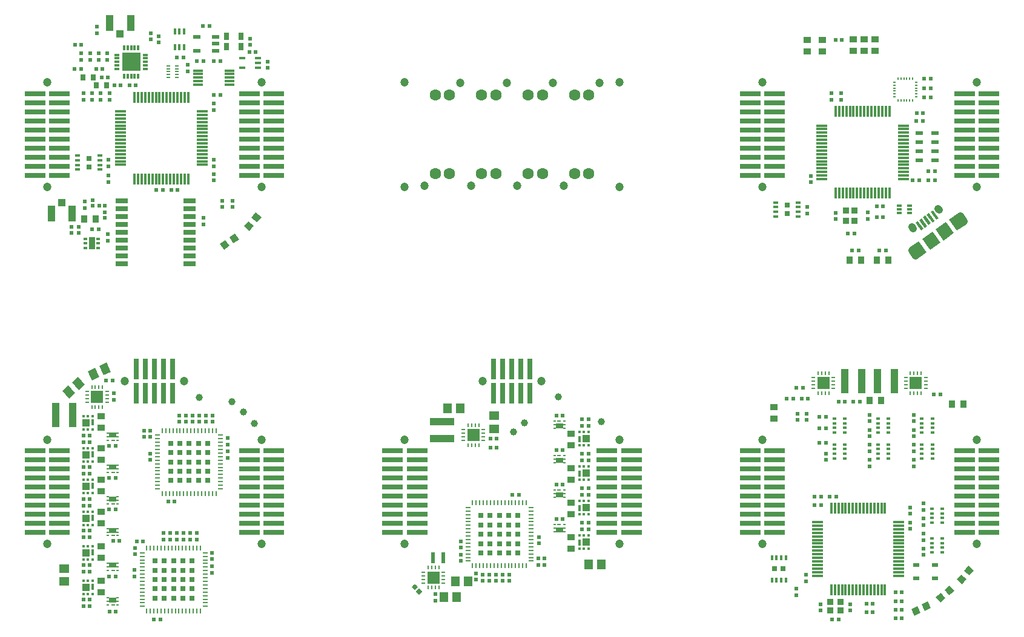
<source format=gts>
G04 #@! TF.GenerationSoftware,KiCad,Pcbnew,no-vcs-found-d3b382c~59~ubuntu16.04.1*
G04 #@! TF.CreationDate,2017-07-31T19:30:18+01:00*
G04 #@! TF.ProjectId,r2_panel,72325F70616E656C2E6B696361645F70,1*
G04 #@! TF.SameCoordinates,Original
G04 #@! TF.FileFunction,Soldermask,Top*
G04 #@! TF.FilePolarity,Negative*
%FSLAX46Y46*%
G04 Gerber Fmt 4.6, Leading zero omitted, Abs format (unit mm)*
G04 Created by KiCad (PCBNEW no-vcs-found-d3b382c~59~ubuntu16.04.1) date Mon Jul 31 19:30:18 2017*
%MOMM*%
%LPD*%
G01*
G04 APERTURE LIST*
%ADD10R,0.300000X1.500000*%
%ADD11R,1.500000X0.300000*%
%ADD12R,0.400000X0.950000*%
%ADD13R,0.620000X0.620000*%
%ADD14R,1.000000X1.050000*%
%ADD15R,1.050000X2.200000*%
%ADD16R,2.920000X0.740000*%
%ADD17C,0.950000*%
%ADD18C,0.100000*%
%ADD19R,0.650000X0.350000*%
%ADD20R,0.802000X0.802000*%
%ADD21R,0.750000X0.300000*%
%ADD22R,0.300000X0.750000*%
%ADD23R,2.602000X2.602000*%
%ADD24C,1.200000*%
%ADD25R,0.750000X0.900000*%
%ADD26R,0.470000X0.400000*%
%ADD27R,0.952000X1.702000*%
%ADD28R,0.520000X0.520000*%
%ADD29R,0.950000X1.000000*%
%ADD30R,0.950000X0.400000*%
%ADD31R,1.100000X0.600000*%
%ADD32R,1.450000X0.300000*%
%ADD33R,0.600000X0.200000*%
%ADD34R,1.800000X0.700000*%
%ADD35R,0.800000X1.000000*%
%ADD36C,1.600000*%
%ADD37R,0.702000X0.702000*%
%ADD38R,0.250000X0.700000*%
%ADD39R,0.700000X0.250000*%
%ADD40R,0.300000X0.250000*%
%ADD41R,0.620000X0.200000*%
%ADD42R,1.100000X0.670000*%
%ADD43R,0.980000X3.400000*%
%ADD44R,0.740000X2.920000*%
%ADD45R,0.400000X0.850000*%
%ADD46R,0.400000X0.455000*%
%ADD47R,1.050000X1.100000*%
%ADD48R,1.000000X0.950000*%
%ADD49C,1.150000*%
%ADD50R,0.250000X0.600000*%
%ADD51R,0.600000X0.250000*%
%ADD52R,1.702000X1.702000*%
%ADD53R,1.450000X1.150000*%
%ADD54C,1.000000*%
%ADD55R,0.710000X0.300000*%
%ADD56C,0.400000*%
%ADD57C,1.000000*%
%ADD58C,1.800000*%
%ADD59C,1.575000*%
%ADD60R,0.200000X0.400000*%
%ADD61R,0.400000X0.200000*%
%ADD62R,0.850000X0.950000*%
%ADD63R,0.559000X0.406000*%
%ADD64R,0.350000X0.650000*%
%ADD65R,0.900000X0.500000*%
%ADD66R,0.950000X0.850000*%
%ADD67R,3.400000X0.980000*%
%ADD68R,1.150000X1.450000*%
%ADD69C,0.620000*%
%ADD70R,0.500000X1.600000*%
G04 APERTURE END LIST*
D10*
X72225000Y-81200000D03*
X72725000Y-81200000D03*
X73225000Y-81200000D03*
X73725000Y-81200000D03*
X74225000Y-81200000D03*
X74725000Y-81200000D03*
X75225000Y-81200000D03*
X75725000Y-81200000D03*
X76225000Y-81200000D03*
X76725000Y-81200000D03*
X77225000Y-81200000D03*
X77725000Y-81200000D03*
X78225000Y-81200000D03*
X78725000Y-81200000D03*
X79225000Y-81200000D03*
X79725000Y-81200000D03*
D11*
X81675000Y-79250000D03*
X81675000Y-78750000D03*
X81675000Y-78250000D03*
X81675000Y-77750000D03*
X81675000Y-77250000D03*
X81675000Y-76750000D03*
X81675000Y-76250000D03*
X81675000Y-75750000D03*
X81675000Y-75250000D03*
X81675000Y-74750000D03*
X81675000Y-74250000D03*
X81675000Y-73750000D03*
X81675000Y-73250000D03*
X81675000Y-72750000D03*
X81675000Y-72250000D03*
X81675000Y-71750000D03*
D10*
X79725000Y-69800000D03*
X79225000Y-69800000D03*
X78725000Y-69800000D03*
X78225000Y-69800000D03*
X77725000Y-69800000D03*
X77225000Y-69800000D03*
X76725000Y-69800000D03*
X76225000Y-69800000D03*
X75725000Y-69800000D03*
X75225000Y-69800000D03*
X74725000Y-69800000D03*
X74225000Y-69800000D03*
X73725000Y-69800000D03*
X73225000Y-69800000D03*
X72725000Y-69800000D03*
X72225000Y-69800000D03*
D11*
X70275000Y-71750000D03*
X70275000Y-72250000D03*
X70275000Y-72750000D03*
X70275000Y-73250000D03*
X70275000Y-73750000D03*
X70275000Y-74250000D03*
X70275000Y-74750000D03*
X70275000Y-75250000D03*
X70275000Y-75750000D03*
X70275000Y-76250000D03*
X70275000Y-76750000D03*
X70275000Y-77250000D03*
X70275000Y-77750000D03*
X70275000Y-78250000D03*
X70275000Y-78750000D03*
X70275000Y-79250000D03*
D12*
X79150000Y-60550000D03*
X78500000Y-60550000D03*
X77850000Y-60550000D03*
X77850000Y-62750000D03*
X78500000Y-62750000D03*
X79150000Y-62750000D03*
D13*
X64750000Y-65800000D03*
X63850000Y-65800000D03*
X88400000Y-61575000D03*
X88400000Y-62475000D03*
X67200000Y-88250000D03*
X66300000Y-88250000D03*
D14*
X62050000Y-84575000D03*
D15*
X63525000Y-86100000D03*
X60575000Y-86100000D03*
D13*
X83300000Y-71600000D03*
X83300000Y-70700000D03*
X81870000Y-86660000D03*
X81870000Y-87560000D03*
D16*
X58285000Y-69285000D03*
X61715000Y-69285000D03*
X58285000Y-70555000D03*
X61715000Y-70555000D03*
X58285000Y-71825000D03*
X61715000Y-71825000D03*
X58285000Y-73095000D03*
X61715000Y-73095000D03*
X58285000Y-74365000D03*
X61715000Y-74365000D03*
X58285000Y-75635000D03*
X61715000Y-75635000D03*
X58285000Y-76905000D03*
X61715000Y-76905000D03*
X58285000Y-78175000D03*
X61715000Y-78175000D03*
X58285000Y-79445000D03*
X61715000Y-79445000D03*
X58285000Y-80715000D03*
X61715000Y-80715000D03*
D13*
X83300000Y-81450000D03*
X83300000Y-80550000D03*
X84200000Y-69450000D03*
X83300000Y-69450000D03*
X68600000Y-81650000D03*
X68600000Y-80750000D03*
X75250000Y-82800000D03*
X76150000Y-82800000D03*
X83300000Y-79450000D03*
X83300000Y-78550000D03*
X77350000Y-82800000D03*
X78250000Y-82800000D03*
X68700000Y-70150000D03*
X68700000Y-69250000D03*
X72400000Y-68150000D03*
X71500000Y-68150000D03*
X68600000Y-78550000D03*
X68600000Y-79450000D03*
D17*
X88235770Y-87812836D03*
D18*
G36*
X88313468Y-88498101D02*
X87547424Y-87855313D01*
X88158072Y-87127571D01*
X88924116Y-87770359D01*
X88313468Y-88498101D01*
X88313468Y-88498101D01*
G37*
D17*
X89264230Y-86587164D03*
D18*
G36*
X89341928Y-87272429D02*
X88575884Y-86629641D01*
X89186532Y-85901899D01*
X89952576Y-86544687D01*
X89341928Y-87272429D01*
X89341928Y-87272429D01*
G37*
D17*
X86155322Y-89541139D03*
D18*
G36*
X86257631Y-88859114D02*
X86831207Y-89678266D01*
X86053013Y-90223164D01*
X85479437Y-89404012D01*
X86257631Y-88859114D01*
X86257631Y-88859114D01*
G37*
D17*
X84844678Y-90458861D03*
D18*
G36*
X84946987Y-89776836D02*
X85520563Y-90595988D01*
X84742369Y-91140886D01*
X84168793Y-90321734D01*
X84946987Y-89776836D01*
X84946987Y-89776836D01*
G37*
D19*
X67375000Y-79925000D03*
X67375000Y-79275000D03*
X67375000Y-78625000D03*
X67375000Y-77975000D03*
X64275000Y-77975000D03*
X64275000Y-78625000D03*
X64275000Y-79275000D03*
X64275000Y-79925000D03*
D20*
X65825000Y-79550000D03*
X65825000Y-78350000D03*
D21*
X69750000Y-63850000D03*
X69750000Y-64350000D03*
X69750000Y-64850000D03*
X69750000Y-65350000D03*
X69750000Y-65850000D03*
D22*
X70750000Y-66850000D03*
X71250000Y-66850000D03*
X71750000Y-66850000D03*
X72250000Y-66850000D03*
X72750000Y-66850000D03*
D21*
X73750000Y-65850000D03*
X73750000Y-65350000D03*
X73750000Y-64850000D03*
X73750000Y-64350000D03*
X73750000Y-63850000D03*
D22*
X72750000Y-62850000D03*
X72250000Y-62850000D03*
X71750000Y-62850000D03*
X71250000Y-62850000D03*
X70750000Y-62850000D03*
D23*
X71750000Y-64850000D03*
D24*
X60000000Y-82305000D03*
X60000000Y-67695000D03*
D16*
X88285000Y-69285000D03*
X91715000Y-69285000D03*
X88285000Y-70555000D03*
X91715000Y-70555000D03*
X88285000Y-71825000D03*
X91715000Y-71825000D03*
X88285000Y-73095000D03*
X91715000Y-73095000D03*
X88285000Y-74365000D03*
X91715000Y-74365000D03*
X88285000Y-75635000D03*
X91715000Y-75635000D03*
X88285000Y-76905000D03*
X91715000Y-76905000D03*
X88285000Y-78175000D03*
X91715000Y-78175000D03*
X88285000Y-79445000D03*
X91715000Y-79445000D03*
X88285000Y-80715000D03*
X91715000Y-80715000D03*
D24*
X90000000Y-82305000D03*
X90000000Y-67695000D03*
D13*
X85900000Y-84250000D03*
X85900000Y-85150000D03*
X84500000Y-84250000D03*
X84500000Y-85150000D03*
X69400000Y-68150000D03*
X70300000Y-68150000D03*
X66300000Y-69250000D03*
X66300000Y-70150000D03*
X66000000Y-63650000D03*
X66000000Y-64550000D03*
X68500000Y-67050000D03*
X67600000Y-67050000D03*
X67750000Y-65800000D03*
X66850000Y-65800000D03*
X64800000Y-62450000D03*
X63900000Y-62450000D03*
D25*
X66900000Y-68100000D03*
X68300000Y-68100000D03*
X66450000Y-67000000D03*
X65050000Y-67000000D03*
D13*
X68500000Y-88950000D03*
X68500000Y-89850000D03*
X64400000Y-87900000D03*
X64400000Y-88800000D03*
X88275000Y-63450000D03*
X89175000Y-63450000D03*
X83300000Y-64700000D03*
X84200000Y-64700000D03*
X65250000Y-84400000D03*
X65250000Y-85300000D03*
X66950000Y-60800000D03*
X66950000Y-59900000D03*
D26*
X65335000Y-89600000D03*
X65335000Y-90250000D03*
X65335000Y-90900000D03*
X67165000Y-90900000D03*
X67165000Y-90250000D03*
X67165000Y-89600000D03*
D27*
X66250000Y-90250000D03*
D28*
X66400000Y-85000000D03*
X66400000Y-84200000D03*
X68100000Y-85000000D03*
X67300000Y-85000000D03*
X68100000Y-86700000D03*
X68100000Y-85900000D03*
D29*
X65200000Y-86800000D03*
X66800000Y-86800000D03*
D13*
X63400000Y-87900000D03*
X63400000Y-88800000D03*
D14*
X70200000Y-60900000D03*
D15*
X68725000Y-59375000D03*
X71675000Y-59375000D03*
D13*
X90850000Y-64800000D03*
X90850000Y-65700000D03*
D30*
X89450000Y-65650000D03*
X89450000Y-65000000D03*
X89450000Y-64350000D03*
X87250000Y-64350000D03*
X87250000Y-65650000D03*
D13*
X79650000Y-65250000D03*
X79650000Y-66150000D03*
X79050000Y-64250000D03*
X78150000Y-64250000D03*
X81850000Y-64700000D03*
X80950000Y-64700000D03*
D31*
X83550000Y-63250000D03*
X83550000Y-62300000D03*
X83550000Y-61350000D03*
X80950000Y-61350000D03*
X80950000Y-63250000D03*
D32*
X81100000Y-66050000D03*
X81100000Y-66550000D03*
X81100000Y-67050000D03*
X81100000Y-67550000D03*
X81100000Y-68050000D03*
X85500000Y-68050000D03*
X85500000Y-67550000D03*
X85500000Y-67050000D03*
X85500000Y-66550000D03*
X85500000Y-66050000D03*
D33*
X78150000Y-67000000D03*
X78150000Y-66600000D03*
X78150000Y-66200000D03*
X78150000Y-65800000D03*
X78150000Y-65400000D03*
X76950000Y-65400000D03*
X76950000Y-65800000D03*
X76950000Y-66200000D03*
X76950000Y-66600000D03*
X76950000Y-67000000D03*
D34*
X79900000Y-93075000D03*
X79900000Y-91975000D03*
X79900000Y-90875000D03*
X79900000Y-89775000D03*
X79900000Y-88675000D03*
X79900000Y-87575000D03*
X79900000Y-86475000D03*
X79900000Y-85375000D03*
X79900000Y-84275000D03*
X70400000Y-84275000D03*
X70400000Y-85375000D03*
X70400000Y-86475000D03*
X70400000Y-87575000D03*
X70400000Y-88675000D03*
X70400000Y-89775000D03*
X70400000Y-90875000D03*
X70400000Y-91975000D03*
X70400000Y-93075000D03*
D13*
X82700000Y-59850000D03*
X81800000Y-59850000D03*
D35*
X87150000Y-61300000D03*
X87150000Y-62700000D03*
X85050000Y-61300000D03*
X85050000Y-62700000D03*
D13*
X67500000Y-69250000D03*
X67500000Y-70150000D03*
X68400000Y-64550000D03*
X68400000Y-63650000D03*
X67200000Y-64550000D03*
X67200000Y-63650000D03*
X64800000Y-63650000D03*
X64800000Y-64550000D03*
X75625000Y-62125000D03*
X75625000Y-61225000D03*
X74525000Y-60800000D03*
X74525000Y-61700000D03*
X65100000Y-69250000D03*
X65100000Y-70150000D03*
D24*
X132250000Y-82200000D03*
D36*
X133750000Y-80500000D03*
X135750000Y-80500000D03*
X127250000Y-69500000D03*
X129250000Y-69500000D03*
D24*
X130750000Y-67800000D03*
X137250000Y-67800000D03*
D36*
X135750000Y-69500000D03*
X133750000Y-69500000D03*
D24*
X125750000Y-82200000D03*
D36*
X127250000Y-80500000D03*
X129250000Y-80500000D03*
X122750000Y-80500000D03*
X120750000Y-80500000D03*
D24*
X119250000Y-82200000D03*
X112750000Y-82200000D03*
D36*
X114250000Y-80500000D03*
X116250000Y-80500000D03*
X114250000Y-69500000D03*
X116250000Y-69500000D03*
D24*
X117750000Y-67800000D03*
X124250000Y-67800000D03*
D36*
X122750000Y-69500000D03*
X120750000Y-69500000D03*
D24*
X140000000Y-67695000D03*
X140000000Y-82305000D03*
X110000000Y-82305000D03*
X110000000Y-67695000D03*
D37*
X75080000Y-134695000D03*
X75080000Y-135995000D03*
X75080000Y-137295000D03*
X75080000Y-138595000D03*
X75080000Y-139895000D03*
X76380000Y-134695000D03*
X76380000Y-135995000D03*
X76380000Y-137295000D03*
X76380000Y-138595000D03*
X76380000Y-139895000D03*
X77680000Y-134695000D03*
X77680000Y-135995000D03*
X77680000Y-137295000D03*
X77680000Y-138595000D03*
X77680000Y-139895000D03*
X78980000Y-134695000D03*
X78980000Y-135995000D03*
X78980000Y-137295000D03*
X78980000Y-138595000D03*
X78980000Y-139895000D03*
X80280000Y-134695000D03*
X80280000Y-135995000D03*
X80280000Y-137295000D03*
X80280000Y-138595000D03*
X80280000Y-139895000D03*
D38*
X81430000Y-141695000D03*
X80930000Y-141695000D03*
X80430000Y-141695000D03*
X79930000Y-141695000D03*
X79430000Y-141695000D03*
X78930000Y-141695000D03*
X78430000Y-141695000D03*
X77930000Y-141695000D03*
X77430000Y-141695000D03*
X76930000Y-141695000D03*
X76430000Y-141695000D03*
X75930000Y-141695000D03*
X75430000Y-141695000D03*
X74930000Y-141695000D03*
X74430000Y-141695000D03*
X73930000Y-141695000D03*
D39*
X73280000Y-141045000D03*
X73280000Y-140545000D03*
X73280000Y-140045000D03*
X73280000Y-139545000D03*
X73280000Y-139045000D03*
X73280000Y-138545000D03*
X73280000Y-138045000D03*
X73280000Y-137545000D03*
X73280000Y-137045000D03*
X73280000Y-136545000D03*
X73280000Y-136045000D03*
X73280000Y-135545000D03*
X73280000Y-135045000D03*
X73280000Y-134545000D03*
X73280000Y-134045000D03*
X73280000Y-133545000D03*
D38*
X73930000Y-132895000D03*
X74430000Y-132895000D03*
X74930000Y-132895000D03*
X75430000Y-132895000D03*
X75930000Y-132895000D03*
X76430000Y-132895000D03*
X76930000Y-132895000D03*
X77430000Y-132895000D03*
X77930000Y-132895000D03*
X78430000Y-132895000D03*
X78930000Y-132895000D03*
X79430000Y-132895000D03*
X79930000Y-132895000D03*
X80430000Y-132895000D03*
X80930000Y-132895000D03*
X81430000Y-132895000D03*
D39*
X82080000Y-133545000D03*
X82080000Y-134045000D03*
X82080000Y-134545000D03*
X82080000Y-135045000D03*
X82080000Y-135545000D03*
X82080000Y-136045000D03*
X82080000Y-136545000D03*
X82080000Y-137045000D03*
X82080000Y-137545000D03*
X82080000Y-138045000D03*
X82080000Y-138545000D03*
X82080000Y-139045000D03*
X82080000Y-139545000D03*
X82080000Y-140045000D03*
X82080000Y-140545000D03*
X82080000Y-141045000D03*
D37*
X77250000Y-118240000D03*
X77250000Y-119540000D03*
X77250000Y-120840000D03*
X77250000Y-122140000D03*
X77250000Y-123440000D03*
X78550000Y-118240000D03*
X78550000Y-119540000D03*
X78550000Y-120840000D03*
X78550000Y-122140000D03*
X78550000Y-123440000D03*
X79850000Y-118240000D03*
X79850000Y-119540000D03*
X79850000Y-120840000D03*
X79850000Y-122140000D03*
X79850000Y-123440000D03*
X81150000Y-118240000D03*
X81150000Y-119540000D03*
X81150000Y-120840000D03*
X81150000Y-122140000D03*
X81150000Y-123440000D03*
X82450000Y-118240000D03*
X82450000Y-119540000D03*
X82450000Y-120840000D03*
X82450000Y-122140000D03*
X82450000Y-123440000D03*
D38*
X83600000Y-125240000D03*
X83100000Y-125240000D03*
X82600000Y-125240000D03*
X82100000Y-125240000D03*
X81600000Y-125240000D03*
X81100000Y-125240000D03*
X80600000Y-125240000D03*
X80100000Y-125240000D03*
X79600000Y-125240000D03*
X79100000Y-125240000D03*
X78600000Y-125240000D03*
X78100000Y-125240000D03*
X77600000Y-125240000D03*
X77100000Y-125240000D03*
X76600000Y-125240000D03*
X76100000Y-125240000D03*
D39*
X75450000Y-124590000D03*
X75450000Y-124090000D03*
X75450000Y-123590000D03*
X75450000Y-123090000D03*
X75450000Y-122590000D03*
X75450000Y-122090000D03*
X75450000Y-121590000D03*
X75450000Y-121090000D03*
X75450000Y-120590000D03*
X75450000Y-120090000D03*
X75450000Y-119590000D03*
X75450000Y-119090000D03*
X75450000Y-118590000D03*
X75450000Y-118090000D03*
X75450000Y-117590000D03*
X75450000Y-117090000D03*
D38*
X76100000Y-116440000D03*
X76600000Y-116440000D03*
X77100000Y-116440000D03*
X77600000Y-116440000D03*
X78100000Y-116440000D03*
X78600000Y-116440000D03*
X79100000Y-116440000D03*
X79600000Y-116440000D03*
X80100000Y-116440000D03*
X80600000Y-116440000D03*
X81100000Y-116440000D03*
X81600000Y-116440000D03*
X82100000Y-116440000D03*
X82600000Y-116440000D03*
X83100000Y-116440000D03*
X83600000Y-116440000D03*
D39*
X84250000Y-117090000D03*
X84250000Y-117590000D03*
X84250000Y-118090000D03*
X84250000Y-118590000D03*
X84250000Y-119090000D03*
X84250000Y-119590000D03*
X84250000Y-120090000D03*
X84250000Y-120590000D03*
X84250000Y-121090000D03*
X84250000Y-121590000D03*
X84250000Y-122090000D03*
X84250000Y-122590000D03*
X84250000Y-123090000D03*
X84250000Y-123590000D03*
X84250000Y-124090000D03*
X84250000Y-124590000D03*
D40*
X69850000Y-130150000D03*
X69850000Y-130650000D03*
X69850000Y-131150000D03*
D41*
X69210000Y-131150000D03*
D42*
X69150000Y-130440000D03*
D40*
X68450000Y-130150000D03*
X68450000Y-130650000D03*
X68450000Y-131150000D03*
X69850000Y-116800000D03*
X69850000Y-117300000D03*
X69850000Y-117800000D03*
D41*
X69210000Y-117800000D03*
D42*
X69150000Y-117090000D03*
D40*
X68450000Y-116800000D03*
X68450000Y-117300000D03*
X68450000Y-117800000D03*
D43*
X61190000Y-114250000D03*
X63560000Y-114250000D03*
D44*
X72460000Y-111215000D03*
X72460000Y-107785000D03*
X73730000Y-111215000D03*
X73730000Y-107785000D03*
X75000000Y-111215000D03*
X75000000Y-107785000D03*
X76270000Y-111215000D03*
X76270000Y-107785000D03*
X77540000Y-111215000D03*
X77540000Y-107785000D03*
D24*
X90000000Y-132305000D03*
X90000000Y-117695000D03*
D16*
X88285000Y-119285000D03*
X91715000Y-119285000D03*
X88285000Y-120555000D03*
X91715000Y-120555000D03*
X88285000Y-121825000D03*
X91715000Y-121825000D03*
X88285000Y-123095000D03*
X91715000Y-123095000D03*
X88285000Y-124365000D03*
X91715000Y-124365000D03*
X88285000Y-125635000D03*
X91715000Y-125635000D03*
X88285000Y-126905000D03*
X91715000Y-126905000D03*
X88285000Y-128175000D03*
X91715000Y-128175000D03*
X88285000Y-129445000D03*
X91715000Y-129445000D03*
X88285000Y-130715000D03*
X91715000Y-130715000D03*
D24*
X60000000Y-132305000D03*
X60000000Y-117695000D03*
D16*
X58285000Y-119285000D03*
X61715000Y-119285000D03*
X58285000Y-120555000D03*
X61715000Y-120555000D03*
X58285000Y-121825000D03*
X61715000Y-121825000D03*
X58285000Y-123095000D03*
X61715000Y-123095000D03*
X58285000Y-124365000D03*
X61715000Y-124365000D03*
X58285000Y-125635000D03*
X61715000Y-125635000D03*
X58285000Y-126905000D03*
X61715000Y-126905000D03*
X58285000Y-128175000D03*
X61715000Y-128175000D03*
X58285000Y-129445000D03*
X61715000Y-129445000D03*
X58285000Y-130715000D03*
X61715000Y-130715000D03*
D24*
X79130000Y-109500000D03*
X70870000Y-109500000D03*
D13*
X83075000Y-136325000D03*
X83075000Y-135425000D03*
X74950000Y-142850000D03*
X75850000Y-142850000D03*
X83075000Y-133550000D03*
X83075000Y-134450000D03*
X72225000Y-136875000D03*
X72225000Y-135975000D03*
X77225000Y-131675000D03*
X77225000Y-130775000D03*
X72325000Y-133775000D03*
X72325000Y-132875000D03*
X79075000Y-130775000D03*
X79075000Y-131675000D03*
X72525000Y-131925000D03*
X73425000Y-131925000D03*
X80000000Y-130775000D03*
X80000000Y-131675000D03*
X78150000Y-130775000D03*
X78150000Y-131675000D03*
X76300000Y-130775000D03*
X76300000Y-131675000D03*
X65975000Y-118050000D03*
X65075000Y-118050000D03*
X65975000Y-122500000D03*
X65075000Y-122500000D03*
X65975000Y-126950000D03*
X65075000Y-126950000D03*
X65975000Y-131400000D03*
X65075000Y-131400000D03*
X65075000Y-117125000D03*
X65975000Y-117125000D03*
X65075000Y-121575000D03*
X65975000Y-121575000D03*
X65075000Y-126025000D03*
X65975000Y-126025000D03*
X65075000Y-130475000D03*
X65975000Y-130475000D03*
D45*
X66375000Y-115279000D03*
D46*
X66375000Y-114452500D03*
X66375000Y-116297500D03*
X65725000Y-114452500D03*
X65075000Y-114452500D03*
X65075000Y-116297500D03*
D47*
X65400000Y-115375000D03*
D46*
X65725000Y-116297500D03*
D48*
X67525000Y-114450000D03*
X67525000Y-116050000D03*
X67525000Y-118900000D03*
X67525000Y-120500000D03*
X67525000Y-124950000D03*
X67525000Y-123350000D03*
X67525000Y-129400000D03*
X67525000Y-127800000D03*
D45*
X66375000Y-119725000D03*
D46*
X66375000Y-118898500D03*
X66375000Y-120743500D03*
X65725000Y-118898500D03*
X65075000Y-118898500D03*
X65075000Y-120743500D03*
D47*
X65400000Y-119821000D03*
D46*
X65725000Y-120743500D03*
X65725000Y-125193500D03*
D47*
X65400000Y-124271000D03*
D46*
X65075000Y-125193500D03*
X65075000Y-123348500D03*
X65725000Y-123348500D03*
X66375000Y-125193500D03*
X66375000Y-123348500D03*
D45*
X66375000Y-124175000D03*
X66375000Y-128629000D03*
D46*
X66375000Y-127802500D03*
X66375000Y-129647500D03*
X65725000Y-127802500D03*
X65075000Y-127802500D03*
X65075000Y-129647500D03*
D47*
X65400000Y-128725000D03*
D46*
X65725000Y-129647500D03*
D49*
X66484323Y-108555356D03*
D18*
G36*
X66269594Y-109455435D02*
X65656798Y-108141288D01*
X66699052Y-107655277D01*
X67311848Y-108969424D01*
X66269594Y-109455435D01*
X66269594Y-109455435D01*
G37*
D49*
X68115677Y-107794644D03*
D18*
G36*
X67900948Y-108694723D02*
X67288152Y-107380576D01*
X68330406Y-106894565D01*
X68943202Y-108208712D01*
X67900948Y-108694723D01*
X67900948Y-108694723D01*
G37*
D13*
X69150000Y-109400000D03*
X68250000Y-109400000D03*
X69320000Y-111250000D03*
X69320000Y-112150000D03*
D49*
X64389440Y-109881491D03*
D18*
G36*
X64414985Y-110806476D02*
X63482943Y-109695712D01*
X64363895Y-108956506D01*
X65295937Y-110067270D01*
X64414985Y-110806476D01*
X64414985Y-110806476D01*
G37*
D49*
X63010560Y-111038509D03*
D18*
G36*
X63036105Y-111963494D02*
X62104063Y-110852730D01*
X62985015Y-110113524D01*
X63917057Y-111224288D01*
X63036105Y-111963494D01*
X63036105Y-111963494D01*
G37*
D13*
X77825000Y-126375000D03*
X76925000Y-126375000D03*
X85250000Y-117500000D03*
X85250000Y-118400000D03*
D50*
X66249999Y-113149999D03*
X66750000Y-113149999D03*
X67250000Y-113149999D03*
X67750001Y-113149999D03*
D51*
X68400000Y-112500000D03*
X68400000Y-111999999D03*
X68400000Y-111499999D03*
X68400000Y-110999998D03*
D50*
X67750001Y-110349999D03*
X67250000Y-110349999D03*
X66750000Y-110349999D03*
X66249999Y-110349999D03*
D51*
X65600000Y-110999998D03*
X65600000Y-111499999D03*
X65600000Y-111999999D03*
X65600000Y-112500000D03*
D52*
X67000000Y-111749999D03*
D13*
X80925000Y-130775000D03*
X80925000Y-131675000D03*
X85250000Y-119375000D03*
X85250000Y-120275000D03*
X74450000Y-119650000D03*
X74450000Y-120550000D03*
D46*
X65725000Y-134470000D03*
D47*
X65400000Y-133547500D03*
D46*
X65075000Y-134470000D03*
X65075000Y-132625000D03*
X65725000Y-132625000D03*
X66375000Y-134470000D03*
X66375000Y-132625000D03*
D45*
X66375000Y-133451500D03*
D46*
X65725000Y-139297500D03*
D47*
X65400000Y-138375000D03*
D46*
X65075000Y-139297500D03*
X65075000Y-137452500D03*
X65725000Y-137452500D03*
X66375000Y-139297500D03*
X66375000Y-137452500D03*
D45*
X66375000Y-138279000D03*
D13*
X79425000Y-114325000D03*
X79425000Y-115225000D03*
X73550000Y-117350000D03*
X74450000Y-117350000D03*
X81275000Y-114325000D03*
X81275000Y-115225000D03*
X73550000Y-116425000D03*
X74450000Y-116425000D03*
X82200000Y-114325000D03*
X82200000Y-115225000D03*
X83125000Y-114325000D03*
X83125000Y-115225000D03*
X80350000Y-115225000D03*
X80350000Y-114325000D03*
X78500000Y-115225000D03*
X78500000Y-114325000D03*
X65075000Y-136225000D03*
X65975000Y-136225000D03*
X65075000Y-135300000D03*
X65975000Y-135300000D03*
D48*
X67525000Y-132625000D03*
X67525000Y-134225000D03*
D13*
X65975000Y-141050000D03*
X65075000Y-141050000D03*
X65975000Y-140125000D03*
X65075000Y-140125000D03*
D48*
X67525000Y-137450000D03*
X67525000Y-139050000D03*
D40*
X68450000Y-122285000D03*
X68450000Y-121785000D03*
X68450000Y-121285000D03*
D42*
X69150000Y-121575000D03*
D41*
X69210000Y-122285000D03*
D40*
X69850000Y-122285000D03*
X69850000Y-121785000D03*
X69850000Y-121285000D03*
X68450000Y-126725000D03*
X68450000Y-126225000D03*
X68450000Y-125725000D03*
D42*
X69150000Y-126015000D03*
D41*
X69210000Y-126725000D03*
D40*
X69850000Y-126725000D03*
X69850000Y-126225000D03*
X69850000Y-125725000D03*
X68450000Y-136000000D03*
X68450000Y-135500000D03*
X68450000Y-135000000D03*
D42*
X69150000Y-135290000D03*
D41*
X69210000Y-136000000D03*
D40*
X69850000Y-136000000D03*
X69850000Y-135500000D03*
X69850000Y-135000000D03*
X69850000Y-139850000D03*
X69850000Y-140350000D03*
X69850000Y-140850000D03*
D41*
X69210000Y-140850000D03*
D42*
X69150000Y-140140000D03*
D40*
X68450000Y-139850000D03*
X68450000Y-140350000D03*
X68450000Y-140850000D03*
D13*
X68675000Y-118550000D03*
X69575000Y-118550000D03*
X69575000Y-123025000D03*
X68675000Y-123025000D03*
X68675000Y-127475000D03*
X69575000Y-127475000D03*
X70125000Y-131875000D03*
X69225000Y-131875000D03*
X68675000Y-136875000D03*
X69575000Y-136875000D03*
X69600000Y-141775000D03*
X68700000Y-141775000D03*
D53*
X62350000Y-137575000D03*
X62350000Y-135775000D03*
D54*
X88950000Y-115475000D03*
X87425000Y-113825000D03*
X85825000Y-112425000D03*
X81250000Y-111775000D03*
D55*
X180621999Y-85990000D03*
X180622000Y-85490000D03*
X180621999Y-84990000D03*
X179182001Y-84990000D03*
X179182000Y-85490000D03*
X179182001Y-85990000D03*
D56*
X183011735Y-87023281D03*
D18*
G36*
X183239143Y-87689547D02*
X182458074Y-86588443D01*
X182784327Y-86357015D01*
X183565396Y-87458119D01*
X183239143Y-87689547D01*
X183239143Y-87689547D01*
G37*
D56*
X183541897Y-86647211D03*
D18*
G36*
X183769305Y-87313477D02*
X182988236Y-86212373D01*
X183314489Y-85980945D01*
X184095558Y-87082049D01*
X183769305Y-87313477D01*
X183769305Y-87313477D01*
G37*
D56*
X182481574Y-87399352D03*
D18*
G36*
X182708982Y-88065618D02*
X181927913Y-86964514D01*
X182254166Y-86733086D01*
X183035235Y-87834190D01*
X182708982Y-88065618D01*
X182708982Y-88065618D01*
G37*
D56*
X181951412Y-87775422D03*
D18*
G36*
X182178820Y-88441688D02*
X181397751Y-87340584D01*
X181724004Y-87109156D01*
X182505073Y-88210260D01*
X182178820Y-88441688D01*
X182178820Y-88441688D01*
G37*
D56*
X184072058Y-86271141D03*
D18*
G36*
X184299466Y-86937407D02*
X183518397Y-85836303D01*
X183844650Y-85604875D01*
X184625719Y-86705979D01*
X184299466Y-86937407D01*
X184299466Y-86937407D01*
G37*
D54*
X184638484Y-85470884D03*
D57*
X184566163Y-85368930D02*
X184710805Y-85572838D01*
D54*
X181008917Y-88045518D03*
D57*
X180936596Y-87943564D02*
X181081238Y-88147472D01*
D58*
X185497387Y-88539745D03*
D18*
G36*
X185312958Y-89835309D02*
X184213676Y-88285606D01*
X185681816Y-87244181D01*
X186781098Y-88793884D01*
X185312958Y-89835309D01*
X185312958Y-89835309D01*
G37*
D58*
X183621431Y-89870455D03*
D18*
G36*
X183437002Y-91166019D02*
X182337720Y-89616316D01*
X183805860Y-88574891D01*
X184905142Y-90124594D01*
X183437002Y-91166019D01*
X183437002Y-91166019D01*
G37*
D59*
X187322366Y-87245195D03*
D18*
G36*
X187229696Y-88475670D02*
X186130414Y-86925967D01*
X187415036Y-86014720D01*
X188514318Y-87564423D01*
X187229696Y-88475670D01*
X187229696Y-88475670D01*
G37*
D54*
X187964677Y-86789572D03*
D57*
X187704321Y-86422537D02*
X188225033Y-87156607D01*
D59*
X181796452Y-91165005D03*
D18*
G36*
X181703782Y-92395480D02*
X180604500Y-90845777D01*
X181889122Y-89934530D01*
X182988404Y-91484233D01*
X181703782Y-92395480D01*
X181703782Y-92395480D01*
G37*
D54*
X181154141Y-91620628D03*
D57*
X180893785Y-91253593D02*
X181414497Y-91987663D01*
D31*
X184150000Y-78575000D03*
X184150000Y-77325000D03*
X184150000Y-76075000D03*
X184150000Y-74825000D03*
X181950000Y-74825000D03*
X181950000Y-76075000D03*
X181950000Y-77325000D03*
X181950000Y-78575000D03*
D13*
X166750000Y-80800000D03*
X166750000Y-81700000D03*
D16*
X158285000Y-69285000D03*
X161715000Y-69285000D03*
X158285000Y-70555000D03*
X161715000Y-70555000D03*
X158285000Y-71825000D03*
X161715000Y-71825000D03*
X158285000Y-73095000D03*
X161715000Y-73095000D03*
X158285000Y-74365000D03*
X161715000Y-74365000D03*
X158285000Y-75635000D03*
X161715000Y-75635000D03*
X158285000Y-76905000D03*
X161715000Y-76905000D03*
X158285000Y-78175000D03*
X161715000Y-78175000D03*
X158285000Y-79445000D03*
X161715000Y-79445000D03*
X158285000Y-80715000D03*
X161715000Y-80715000D03*
D10*
X170250000Y-83200000D03*
X170750000Y-83200000D03*
X171250000Y-83200000D03*
X171750000Y-83200000D03*
X172250000Y-83200000D03*
X172750000Y-83200000D03*
X173250000Y-83200000D03*
X173750000Y-83200000D03*
X174250000Y-83200000D03*
X174750000Y-83200000D03*
X175250000Y-83200000D03*
X175750000Y-83200000D03*
X176250000Y-83200000D03*
X176750000Y-83200000D03*
X177250000Y-83200000D03*
X177750000Y-83200000D03*
D11*
X179700000Y-81250000D03*
X179700000Y-80750000D03*
X179700000Y-80250000D03*
X179700000Y-79750000D03*
X179700000Y-79250000D03*
X179700000Y-78750000D03*
X179700000Y-78250000D03*
X179700000Y-77750000D03*
X179700000Y-77250000D03*
X179700000Y-76750000D03*
X179700000Y-76250000D03*
X179700000Y-75750000D03*
X179700000Y-75250000D03*
X179700000Y-74750000D03*
X179700000Y-74250000D03*
X179700000Y-73750000D03*
D10*
X177750000Y-71800000D03*
X177250000Y-71800000D03*
X176750000Y-71800000D03*
X176250000Y-71800000D03*
X175750000Y-71800000D03*
X175250000Y-71800000D03*
X174750000Y-71800000D03*
X174250000Y-71800000D03*
X173750000Y-71800000D03*
X173250000Y-71800000D03*
X172750000Y-71800000D03*
X172250000Y-71800000D03*
X171750000Y-71800000D03*
X171250000Y-71800000D03*
X170750000Y-71800000D03*
X170250000Y-71800000D03*
D11*
X168300000Y-73750000D03*
X168300000Y-74250000D03*
X168300000Y-74750000D03*
X168300000Y-75250000D03*
X168300000Y-75750000D03*
X168300000Y-76250000D03*
X168300000Y-76750000D03*
X168300000Y-77250000D03*
X168300000Y-77750000D03*
X168300000Y-78250000D03*
X168300000Y-78750000D03*
X168300000Y-79250000D03*
X168300000Y-79750000D03*
X168300000Y-80250000D03*
X168300000Y-80750000D03*
X168300000Y-81250000D03*
D48*
X166310000Y-61770000D03*
X166310000Y-63370000D03*
D24*
X190000000Y-82305000D03*
X190000000Y-67695000D03*
D13*
X172550000Y-91200000D03*
X173450000Y-91200000D03*
D60*
X179000000Y-70200000D03*
X179400000Y-70200000D03*
X179800000Y-70200000D03*
X180200000Y-70200000D03*
X180600000Y-70200000D03*
X181000000Y-70200000D03*
D61*
X181500000Y-69700000D03*
X181500000Y-69300000D03*
X181500000Y-68900000D03*
X181500000Y-68500000D03*
X181500000Y-68100000D03*
X181500000Y-67700000D03*
D60*
X181000000Y-67200000D03*
X180600000Y-67200000D03*
X180200000Y-67200000D03*
X179800000Y-67200000D03*
X179400000Y-67200000D03*
X179000000Y-67200000D03*
D61*
X178500000Y-67700000D03*
X178500000Y-68100000D03*
X178500000Y-68500000D03*
X178500000Y-68900000D03*
X178500000Y-69300000D03*
X178500000Y-69700000D03*
D13*
X183550000Y-67200000D03*
X182650000Y-67200000D03*
D24*
X160000000Y-82305000D03*
X160000000Y-67695000D03*
D19*
X165000000Y-86475000D03*
X165000000Y-85825000D03*
X165000000Y-85175000D03*
X165000000Y-84525000D03*
X161900000Y-84525000D03*
X161900000Y-85175000D03*
X161900000Y-85825000D03*
X161900000Y-86475000D03*
D20*
X163450000Y-86100000D03*
X163450000Y-84900000D03*
D13*
X175991107Y-85065147D03*
X176891107Y-85065147D03*
X175991107Y-86565147D03*
X176891107Y-86565147D03*
X184150000Y-81400000D03*
X183250000Y-81400000D03*
X181050000Y-81400000D03*
X181950000Y-81400000D03*
X182650000Y-68500000D03*
X183550000Y-68500000D03*
X183550000Y-69800000D03*
X182650000Y-69800000D03*
X170250000Y-86850000D03*
X170250000Y-85950000D03*
X172855047Y-88866527D03*
X171955047Y-88866527D03*
X182475000Y-72050000D03*
X181575000Y-72050000D03*
X169700000Y-69225000D03*
X169700000Y-70125000D03*
X171000000Y-70125000D03*
X171000000Y-69225000D03*
X181550000Y-73100000D03*
X182450000Y-73100000D03*
X166250000Y-85150000D03*
X166250000Y-86050000D03*
X183250000Y-80150000D03*
X184150000Y-80150000D03*
D29*
X172200000Y-92600000D03*
X173800000Y-92600000D03*
X177600000Y-92600000D03*
X176000000Y-92600000D03*
D13*
X174705047Y-86816527D03*
X174705047Y-85916527D03*
X177250000Y-91200000D03*
X176350000Y-91200000D03*
D62*
X171705047Y-85616527D03*
X171705047Y-87066527D03*
X172855047Y-87066527D03*
X172855047Y-85616527D03*
D48*
X168425000Y-61750000D03*
X168425000Y-63350000D03*
X175800000Y-61700000D03*
X175800000Y-63300000D03*
X174250000Y-61700000D03*
X174250000Y-63300000D03*
X172700000Y-61700000D03*
X172700000Y-63300000D03*
D13*
X171125000Y-61750000D03*
X170225000Y-61750000D03*
D16*
X188285000Y-69285000D03*
X191715000Y-69285000D03*
X188285000Y-70555000D03*
X191715000Y-70555000D03*
X188285000Y-71825000D03*
X191715000Y-71825000D03*
X188285000Y-73095000D03*
X191715000Y-73095000D03*
X188285000Y-74365000D03*
X191715000Y-74365000D03*
X188285000Y-75635000D03*
X191715000Y-75635000D03*
X188285000Y-76905000D03*
X191715000Y-76905000D03*
X188285000Y-78175000D03*
X191715000Y-78175000D03*
X188285000Y-79445000D03*
X191715000Y-79445000D03*
X188285000Y-80715000D03*
X191715000Y-80715000D03*
D48*
X161650000Y-113200000D03*
X161650000Y-114800000D03*
D63*
X185186500Y-131525000D03*
X185186500Y-132175000D03*
X185186500Y-132825000D03*
X185186500Y-133475000D03*
X183713500Y-133475000D03*
X183713500Y-132825000D03*
X183713500Y-132175000D03*
X183713500Y-131525000D03*
D17*
X188864230Y-136037164D03*
D18*
G36*
X188786532Y-135351899D02*
X189552576Y-135994687D01*
X188941928Y-136722429D01*
X188175884Y-136079641D01*
X188786532Y-135351899D01*
X188786532Y-135351899D01*
G37*
D17*
X187835770Y-137262836D03*
D18*
G36*
X187758072Y-136577571D02*
X188524116Y-137220359D01*
X187913468Y-137948101D01*
X187147424Y-137305313D01*
X187758072Y-136577571D01*
X187758072Y-136577571D01*
G37*
D63*
X170063500Y-114775000D03*
X170063500Y-115425000D03*
X170063500Y-116075000D03*
X170063500Y-116725000D03*
X171536500Y-116725000D03*
X171536500Y-116075000D03*
X171536500Y-115425000D03*
X171536500Y-114775000D03*
D13*
X170300000Y-125700000D03*
X169400000Y-125700000D03*
X167300000Y-125700000D03*
X168200000Y-125700000D03*
X175000000Y-121450000D03*
X175000000Y-120550000D03*
X182550000Y-128750000D03*
X182550000Y-129650000D03*
X175000000Y-117250000D03*
X175000000Y-116350000D03*
X182550000Y-131750000D03*
X182550000Y-130850000D03*
X175000000Y-118450000D03*
X175000000Y-119350000D03*
X182550000Y-127550000D03*
X182550000Y-126650000D03*
X175000000Y-114250000D03*
X175000000Y-115150000D03*
X164950000Y-114950000D03*
X164950000Y-114050000D03*
X166150000Y-114950000D03*
X166150000Y-114050000D03*
X182550000Y-132950000D03*
X182550000Y-133850000D03*
X168900000Y-120550000D03*
X168900000Y-119650000D03*
X181150000Y-116350000D03*
X181150000Y-117250000D03*
X168000000Y-116150000D03*
X168900000Y-116150000D03*
X181150000Y-119350000D03*
X181150000Y-118450000D03*
X168900000Y-118150000D03*
X168000000Y-118150000D03*
X181150000Y-115150000D03*
X181150000Y-114250000D03*
X168900000Y-114550000D03*
X168000000Y-114550000D03*
X171550000Y-112400000D03*
X170650000Y-112400000D03*
X173650000Y-112400000D03*
X172750000Y-112400000D03*
X181150000Y-121450000D03*
X181150000Y-120550000D03*
X165650000Y-110450000D03*
X164750000Y-110450000D03*
X169750000Y-142900000D03*
X170650000Y-142900000D03*
X179500000Y-140300000D03*
X178600000Y-140300000D03*
X178600000Y-141500000D03*
X179500000Y-141500000D03*
X179500000Y-142700000D03*
X178600000Y-142700000D03*
X180700000Y-128100000D03*
X180700000Y-127200000D03*
X163400000Y-112000000D03*
X164300000Y-112000000D03*
X168100000Y-140750000D03*
X168100000Y-141650000D03*
X178600000Y-139100000D03*
X179500000Y-139100000D03*
X172300000Y-140750000D03*
X172300000Y-141650000D03*
X168200000Y-126900000D03*
X167300000Y-126900000D03*
X175450000Y-140700000D03*
X174550000Y-140700000D03*
X180700000Y-130200000D03*
X180700000Y-129300000D03*
X184000000Y-111350000D03*
X184900000Y-111350000D03*
X165500000Y-112000000D03*
X166400000Y-112000000D03*
X164750000Y-138550000D03*
X164750000Y-139450000D03*
X175450000Y-141900000D03*
X174550000Y-141900000D03*
X166100000Y-136650000D03*
X166100000Y-137550000D03*
D29*
X188100000Y-112750000D03*
X186500000Y-112750000D03*
X175000000Y-112250000D03*
X176600000Y-112250000D03*
D17*
X182925046Y-141011905D03*
D18*
G36*
X183144233Y-140358007D02*
X183566851Y-141264315D01*
X182705859Y-141665803D01*
X182283241Y-140759495D01*
X183144233Y-140358007D01*
X183144233Y-140358007D01*
G37*
D17*
X181474954Y-141688095D03*
D18*
G36*
X181694141Y-141034197D02*
X182116759Y-141940505D01*
X181255767Y-142341993D01*
X180833149Y-141435685D01*
X181694141Y-141034197D01*
X181694141Y-141034197D01*
G37*
D17*
X184937164Y-139814230D03*
D18*
G36*
X184979641Y-139125884D02*
X185622429Y-139891928D01*
X184894687Y-140502576D01*
X184251899Y-139736532D01*
X184979641Y-139125884D01*
X184979641Y-139125884D01*
G37*
D17*
X186162836Y-138785770D03*
D18*
G36*
X186205313Y-138097424D02*
X186848101Y-138863468D01*
X186120359Y-139474116D01*
X185477571Y-138708072D01*
X186205313Y-138097424D01*
X186205313Y-138097424D01*
G37*
D63*
X183786500Y-118375000D03*
X183786500Y-119025000D03*
X183786500Y-119675000D03*
X183786500Y-120325000D03*
X182313500Y-120325000D03*
X182313500Y-119675000D03*
X182313500Y-119025000D03*
X182313500Y-118375000D03*
X176163500Y-118375000D03*
X176163500Y-119025000D03*
X176163500Y-119675000D03*
X176163500Y-120325000D03*
X177636500Y-120325000D03*
X177636500Y-119675000D03*
X177636500Y-119025000D03*
X177636500Y-118375000D03*
X171536500Y-118375000D03*
X171536500Y-119025000D03*
X171536500Y-119675000D03*
X171536500Y-120325000D03*
X170063500Y-120325000D03*
X170063500Y-119675000D03*
X170063500Y-119025000D03*
X170063500Y-118375000D03*
X185186500Y-127375000D03*
X185186500Y-128025000D03*
X185186500Y-128675000D03*
X185186500Y-129325000D03*
X183713500Y-129325000D03*
X183713500Y-128675000D03*
X183713500Y-128025000D03*
X183713500Y-127375000D03*
X177636500Y-114775000D03*
X177636500Y-115425000D03*
X177636500Y-116075000D03*
X177636500Y-116725000D03*
X176163500Y-116725000D03*
X176163500Y-116075000D03*
X176163500Y-115425000D03*
X176163500Y-114775000D03*
X182313500Y-114775000D03*
X182313500Y-115425000D03*
X182313500Y-116075000D03*
X182313500Y-116725000D03*
X183786500Y-116725000D03*
X183786500Y-116075000D03*
X183786500Y-115425000D03*
X183786500Y-114775000D03*
D64*
X161325000Y-137350000D03*
X161975000Y-137350000D03*
X162625000Y-137350000D03*
X163275000Y-137350000D03*
X163275000Y-134250000D03*
X162625000Y-134250000D03*
X161975000Y-134250000D03*
X161325000Y-134250000D03*
D20*
X161700000Y-135800000D03*
X162900000Y-135800000D03*
D10*
X169650000Y-138700000D03*
X170150000Y-138700000D03*
X170650000Y-138700000D03*
X171150000Y-138700000D03*
X171650000Y-138700000D03*
X172150000Y-138700000D03*
X172650000Y-138700000D03*
X173150000Y-138700000D03*
X173650000Y-138700000D03*
X174150000Y-138700000D03*
X174650000Y-138700000D03*
X175150000Y-138700000D03*
X175650000Y-138700000D03*
X176150000Y-138700000D03*
X176650000Y-138700000D03*
X177150000Y-138700000D03*
D11*
X179100000Y-136750000D03*
X179100000Y-136250000D03*
X179100000Y-135750000D03*
X179100000Y-135250000D03*
X179100000Y-134750000D03*
X179100000Y-134250000D03*
X179100000Y-133750000D03*
X179100000Y-133250000D03*
X179100000Y-132750000D03*
X179100000Y-132250000D03*
X179100000Y-131750000D03*
X179100000Y-131250000D03*
X179100000Y-130750000D03*
X179100000Y-130250000D03*
X179100000Y-129750000D03*
X179100000Y-129250000D03*
D10*
X177150000Y-127300000D03*
X176650000Y-127300000D03*
X176150000Y-127300000D03*
X175650000Y-127300000D03*
X175150000Y-127300000D03*
X174650000Y-127300000D03*
X174150000Y-127300000D03*
X173650000Y-127300000D03*
X173150000Y-127300000D03*
X172650000Y-127300000D03*
X172150000Y-127300000D03*
X171650000Y-127300000D03*
X171150000Y-127300000D03*
X170650000Y-127300000D03*
X170150000Y-127300000D03*
X169650000Y-127300000D03*
D11*
X167700000Y-129250000D03*
X167700000Y-129750000D03*
X167700000Y-130250000D03*
X167700000Y-130750000D03*
X167700000Y-131250000D03*
X167700000Y-131750000D03*
X167700000Y-132250000D03*
X167700000Y-132750000D03*
X167700000Y-133250000D03*
X167700000Y-133750000D03*
X167700000Y-134250000D03*
X167700000Y-134750000D03*
X167700000Y-135250000D03*
X167700000Y-135750000D03*
X167700000Y-136250000D03*
X167700000Y-136750000D03*
D52*
X168550000Y-109800000D03*
D50*
X169300000Y-111200000D03*
X168800000Y-111200000D03*
X168300000Y-111200000D03*
X167800000Y-111200000D03*
D51*
X167150000Y-110550000D03*
X167150000Y-110050000D03*
X167150000Y-109550000D03*
X167150000Y-109050000D03*
D50*
X167800000Y-108400000D03*
X168300000Y-108400000D03*
X168800000Y-108400000D03*
X169300000Y-108400000D03*
D51*
X169950000Y-109050000D03*
X169950000Y-109550000D03*
X169950000Y-110050000D03*
X169950000Y-110550000D03*
X180050000Y-109050000D03*
X180050000Y-109550000D03*
X180050000Y-110050000D03*
X180050000Y-110550000D03*
D50*
X180700000Y-111200000D03*
X181200000Y-111200000D03*
X181700000Y-111200000D03*
X182200000Y-111200000D03*
D51*
X182850000Y-110550000D03*
X182850000Y-110050000D03*
X182850000Y-109550000D03*
X182850000Y-109050000D03*
D50*
X182200000Y-108400000D03*
X181700000Y-108400000D03*
X181200000Y-108400000D03*
X180700000Y-108400000D03*
D52*
X181450000Y-109800000D03*
D24*
X190000000Y-117695000D03*
X190000000Y-132305000D03*
X160000000Y-132305000D03*
X160000000Y-117695000D03*
D65*
X181550000Y-135250000D03*
X184150000Y-135250000D03*
X184150000Y-137150000D03*
X181550000Y-137150000D03*
D16*
X191715000Y-130715000D03*
X188285000Y-130715000D03*
X191715000Y-129445000D03*
X188285000Y-129445000D03*
X191715000Y-128175000D03*
X188285000Y-128175000D03*
X191715000Y-126905000D03*
X188285000Y-126905000D03*
X191715000Y-125635000D03*
X188285000Y-125635000D03*
X191715000Y-124365000D03*
X188285000Y-124365000D03*
X191715000Y-123095000D03*
X188285000Y-123095000D03*
X191715000Y-121825000D03*
X188285000Y-121825000D03*
X191715000Y-120555000D03*
X188285000Y-120555000D03*
X191715000Y-119285000D03*
X188285000Y-119285000D03*
X158285000Y-119285000D03*
X161715000Y-119285000D03*
X158285000Y-120555000D03*
X161715000Y-120555000D03*
X158285000Y-121825000D03*
X161715000Y-121825000D03*
X158285000Y-123095000D03*
X161715000Y-123095000D03*
X158285000Y-124365000D03*
X161715000Y-124365000D03*
X158285000Y-125635000D03*
X161715000Y-125635000D03*
X158285000Y-126905000D03*
X161715000Y-126905000D03*
X158285000Y-128175000D03*
X161715000Y-128175000D03*
X158285000Y-129445000D03*
X161715000Y-129445000D03*
X158285000Y-130715000D03*
X161715000Y-130715000D03*
D43*
X173935000Y-109500000D03*
X171565000Y-109500000D03*
X178435000Y-109500000D03*
X176065000Y-109500000D03*
D66*
X170925000Y-140425000D03*
X169475000Y-140425000D03*
X169475000Y-141575000D03*
X170925000Y-141575000D03*
D37*
X125845000Y-133555000D03*
X125845000Y-132255000D03*
X125845000Y-130955000D03*
X125845000Y-129655000D03*
X125845000Y-128355000D03*
X124545000Y-133555000D03*
X124545000Y-132255000D03*
X124545000Y-130955000D03*
X124545000Y-129655000D03*
X124545000Y-128355000D03*
X123245000Y-133555000D03*
X123245000Y-132255000D03*
X123245000Y-130955000D03*
X123245000Y-129655000D03*
X123245000Y-128355000D03*
X121945000Y-133555000D03*
X121945000Y-132255000D03*
X121945000Y-130955000D03*
X121945000Y-129655000D03*
X121945000Y-128355000D03*
X120645000Y-133555000D03*
X120645000Y-132255000D03*
X120645000Y-130955000D03*
X120645000Y-129655000D03*
X120645000Y-128355000D03*
D38*
X119495000Y-126555000D03*
X119995000Y-126555000D03*
X120495000Y-126555000D03*
X120995000Y-126555000D03*
X121495000Y-126555000D03*
X121995000Y-126555000D03*
X122495000Y-126555000D03*
X122995000Y-126555000D03*
X123495000Y-126555000D03*
X123995000Y-126555000D03*
X124495000Y-126555000D03*
X124995000Y-126555000D03*
X125495000Y-126555000D03*
X125995000Y-126555000D03*
X126495000Y-126555000D03*
X126995000Y-126555000D03*
D39*
X127645000Y-127205000D03*
X127645000Y-127705000D03*
X127645000Y-128205000D03*
X127645000Y-128705000D03*
X127645000Y-129205000D03*
X127645000Y-129705000D03*
X127645000Y-130205000D03*
X127645000Y-130705000D03*
X127645000Y-131205000D03*
X127645000Y-131705000D03*
X127645000Y-132205000D03*
X127645000Y-132705000D03*
X127645000Y-133205000D03*
X127645000Y-133705000D03*
X127645000Y-134205000D03*
X127645000Y-134705000D03*
D38*
X126995000Y-135355000D03*
X126495000Y-135355000D03*
X125995000Y-135355000D03*
X125495000Y-135355000D03*
X124995000Y-135355000D03*
X124495000Y-135355000D03*
X123995000Y-135355000D03*
X123495000Y-135355000D03*
X122995000Y-135355000D03*
X122495000Y-135355000D03*
X121995000Y-135355000D03*
X121495000Y-135355000D03*
X120995000Y-135355000D03*
X120495000Y-135355000D03*
X119995000Y-135355000D03*
X119495000Y-135355000D03*
D39*
X118845000Y-134705000D03*
X118845000Y-134205000D03*
X118845000Y-133705000D03*
X118845000Y-133205000D03*
X118845000Y-132705000D03*
X118845000Y-132205000D03*
X118845000Y-131705000D03*
X118845000Y-131205000D03*
X118845000Y-130705000D03*
X118845000Y-130205000D03*
X118845000Y-129705000D03*
X118845000Y-129205000D03*
X118845000Y-128705000D03*
X118845000Y-128205000D03*
X118845000Y-127705000D03*
X118845000Y-127205000D03*
D13*
X132100000Y-128850000D03*
X131200000Y-128850000D03*
D67*
X115250000Y-117560000D03*
X115250000Y-115190000D03*
D44*
X122460000Y-111215000D03*
X122460000Y-107785000D03*
X123730000Y-111215000D03*
X123730000Y-107785000D03*
X125000000Y-111215000D03*
X125000000Y-107785000D03*
X126270000Y-111215000D03*
X126270000Y-107785000D03*
X127540000Y-111215000D03*
X127540000Y-107785000D03*
D24*
X140000000Y-132305000D03*
X140000000Y-117695000D03*
D16*
X138285000Y-119285000D03*
X141715000Y-119285000D03*
X138285000Y-120555000D03*
X141715000Y-120555000D03*
X138285000Y-121825000D03*
X141715000Y-121825000D03*
X138285000Y-123095000D03*
X141715000Y-123095000D03*
X138285000Y-124365000D03*
X141715000Y-124365000D03*
X138285000Y-125635000D03*
X141715000Y-125635000D03*
X138285000Y-126905000D03*
X141715000Y-126905000D03*
X138285000Y-128175000D03*
X141715000Y-128175000D03*
X138285000Y-129445000D03*
X141715000Y-129445000D03*
X138285000Y-130715000D03*
X141715000Y-130715000D03*
D24*
X110000000Y-132305000D03*
X110000000Y-117695000D03*
D16*
X108285000Y-119285000D03*
X111715000Y-119285000D03*
X108285000Y-120555000D03*
X111715000Y-120555000D03*
X108285000Y-121825000D03*
X111715000Y-121825000D03*
X108285000Y-123095000D03*
X111715000Y-123095000D03*
X108285000Y-124365000D03*
X111715000Y-124365000D03*
X108285000Y-125635000D03*
X111715000Y-125635000D03*
X108285000Y-126905000D03*
X111715000Y-126905000D03*
X108285000Y-128175000D03*
X111715000Y-128175000D03*
X108285000Y-129445000D03*
X111715000Y-129445000D03*
X108285000Y-130715000D03*
X111715000Y-130715000D03*
D24*
X129130000Y-109500000D03*
X120870000Y-109500000D03*
D13*
X117850000Y-131925000D03*
X117850000Y-132825000D03*
X125975000Y-125400000D03*
X125075000Y-125400000D03*
X117850000Y-134700000D03*
X117850000Y-133800000D03*
X128750000Y-131350000D03*
X128750000Y-132250000D03*
X123700000Y-136575000D03*
X123700000Y-137475000D03*
X128650000Y-134325000D03*
X129550000Y-134325000D03*
X121850000Y-137475000D03*
X121850000Y-136575000D03*
X129550000Y-135275000D03*
X128650000Y-135275000D03*
X120925000Y-137475000D03*
X120925000Y-136575000D03*
X122775000Y-137475000D03*
X122775000Y-136575000D03*
X124625000Y-137475000D03*
X124625000Y-136575000D03*
X134800000Y-129350000D03*
X135700000Y-129350000D03*
X134800000Y-124525000D03*
X135700000Y-124525000D03*
X134800000Y-119700000D03*
X135700000Y-119700000D03*
X134800000Y-114875000D03*
X135700000Y-114875000D03*
X135700000Y-130275000D03*
X134800000Y-130275000D03*
X135700000Y-125450000D03*
X134800000Y-125450000D03*
X135700000Y-120625000D03*
X134800000Y-120625000D03*
X135700000Y-115800000D03*
X134800000Y-115800000D03*
D45*
X134400000Y-132121000D03*
D46*
X134400000Y-132947500D03*
X134400000Y-131102500D03*
X135050000Y-132947500D03*
X135700000Y-132947500D03*
X135700000Y-131102500D03*
D47*
X135375000Y-132025000D03*
D46*
X135050000Y-131102500D03*
D48*
X133250000Y-132950000D03*
X133250000Y-131350000D03*
X133250000Y-128125000D03*
X133250000Y-126525000D03*
X133250000Y-121700000D03*
X133250000Y-123300000D03*
X133250000Y-116875000D03*
X133250000Y-118475000D03*
D45*
X134400000Y-127300000D03*
D46*
X134400000Y-128126500D03*
X134400000Y-126281500D03*
X135050000Y-128126500D03*
X135700000Y-128126500D03*
X135700000Y-126281500D03*
D47*
X135375000Y-127204000D03*
D46*
X135050000Y-126281500D03*
X135050000Y-121456500D03*
D47*
X135375000Y-122379000D03*
D46*
X135700000Y-121456500D03*
X135700000Y-123301500D03*
X135050000Y-123301500D03*
X134400000Y-121456500D03*
X134400000Y-123301500D03*
D45*
X134400000Y-122475000D03*
X134400000Y-117646000D03*
D46*
X134400000Y-118472500D03*
X134400000Y-116627500D03*
X135050000Y-118472500D03*
X135700000Y-118472500D03*
X135700000Y-116627500D03*
D47*
X135375000Y-117550000D03*
D46*
X135050000Y-116627500D03*
D53*
X122475000Y-114375000D03*
X122475000Y-116175000D03*
D13*
X121975000Y-117600000D03*
X122875000Y-117600000D03*
X122875000Y-118800000D03*
X121975000Y-118800000D03*
D68*
X115975000Y-113300000D03*
X117775000Y-113300000D03*
X115475000Y-139750000D03*
X117275000Y-139750000D03*
D13*
X114250000Y-140250000D03*
X114250000Y-139350000D03*
D69*
X111406802Y-138306802D03*
D18*
G36*
X111845208Y-138306802D02*
X111406802Y-138745208D01*
X110968396Y-138306802D01*
X111406802Y-137868396D01*
X111845208Y-138306802D01*
X111845208Y-138306802D01*
G37*
D69*
X112043198Y-138943198D03*
D18*
G36*
X112481604Y-138943198D02*
X112043198Y-139381604D01*
X111604792Y-138943198D01*
X112043198Y-138504792D01*
X112481604Y-138943198D01*
X112481604Y-138943198D01*
G37*
D68*
X117050000Y-137550000D03*
X118850000Y-137550000D03*
D52*
X119600000Y-117075000D03*
D50*
X118850000Y-115675000D03*
X119350000Y-115675000D03*
X119850000Y-115675000D03*
X120350000Y-115675000D03*
D51*
X121000000Y-116325000D03*
X121000000Y-116825000D03*
X121000000Y-117325000D03*
X121000000Y-117825000D03*
D50*
X120350000Y-118475000D03*
X119850000Y-118475000D03*
X119350000Y-118475000D03*
X118850000Y-118475000D03*
D51*
X118200000Y-117825000D03*
X118200000Y-117325000D03*
X118200000Y-116825000D03*
X118200000Y-116325000D03*
D50*
X114774307Y-135625693D03*
X114274307Y-135625693D03*
X113774307Y-135625693D03*
X113274307Y-135625693D03*
D51*
X112624307Y-136275693D03*
X112624307Y-136775693D03*
X112624307Y-137275693D03*
X112624307Y-137775693D03*
D50*
X113274307Y-138425693D03*
X113774307Y-138425693D03*
X114274307Y-138425693D03*
X114774307Y-138425693D03*
D51*
X115424307Y-137775693D03*
X115424307Y-137275693D03*
X115424307Y-136775693D03*
X115424307Y-136275693D03*
D52*
X114024307Y-137025693D03*
D70*
X115424307Y-134225693D03*
X113924307Y-134225693D03*
D13*
X120000000Y-137325000D03*
X120000000Y-136425000D03*
D40*
X132350000Y-129600000D03*
X132350000Y-130100000D03*
X132350000Y-130600000D03*
D42*
X131650000Y-130310000D03*
D41*
X131590000Y-129600000D03*
D40*
X130950000Y-129600000D03*
X130950000Y-130100000D03*
X130950000Y-130600000D03*
X132350000Y-124740000D03*
X132350000Y-125240000D03*
X132350000Y-125740000D03*
D42*
X131650000Y-125450000D03*
D41*
X131590000Y-124740000D03*
D40*
X130950000Y-124740000D03*
X130950000Y-125240000D03*
X130950000Y-125740000D03*
X130950000Y-120940000D03*
X130950000Y-120440000D03*
X130950000Y-119940000D03*
D41*
X131590000Y-119940000D03*
D42*
X131650000Y-120650000D03*
D40*
X132350000Y-120940000D03*
X132350000Y-120440000D03*
X132350000Y-119940000D03*
X130950000Y-116100000D03*
X130950000Y-115600000D03*
X130950000Y-115100000D03*
D41*
X131590000Y-115100000D03*
D42*
X131650000Y-115810000D03*
D40*
X132350000Y-116100000D03*
X132350000Y-115600000D03*
X132350000Y-115100000D03*
D13*
X131200000Y-124000000D03*
X132100000Y-124000000D03*
X132100000Y-119200000D03*
X131200000Y-119200000D03*
X131200000Y-114350000D03*
X132100000Y-114350000D03*
D54*
X125200000Y-116600000D03*
X126700000Y-115350000D03*
X131450000Y-111750000D03*
X137525000Y-115225000D03*
D68*
X135700000Y-135175000D03*
X137500000Y-135175000D03*
M02*

</source>
